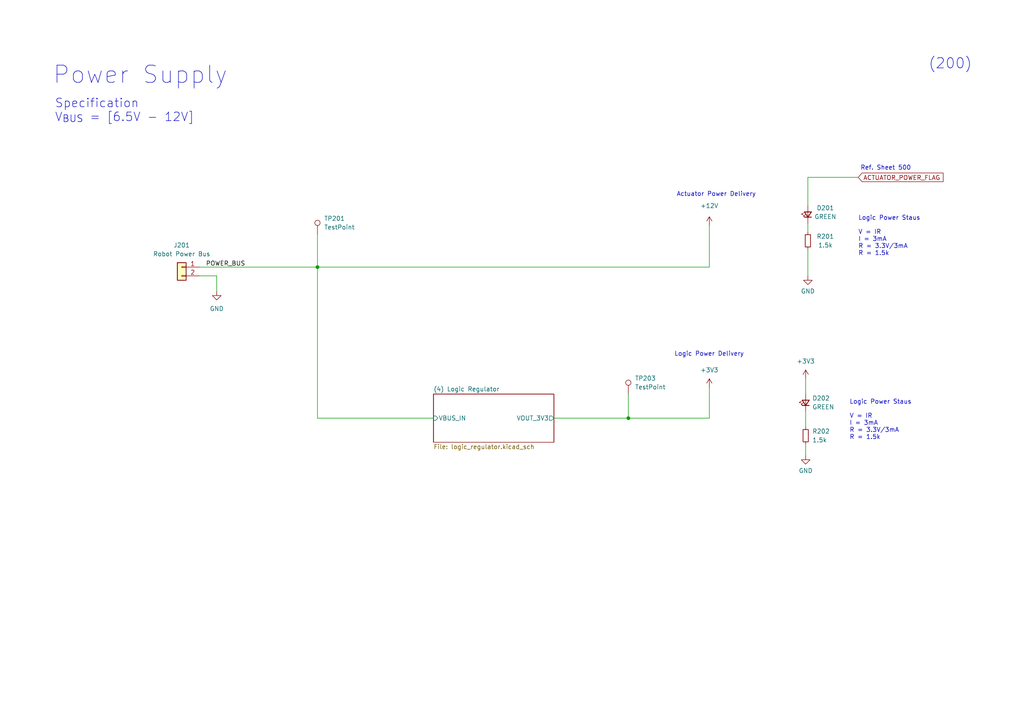
<source format=kicad_sch>
(kicad_sch (version 20230121) (generator eeschema)

  (uuid 6f087b71-3534-4c93-b174-cedaa211facf)

  (paper "A4")

  (title_block
    (title "Power Supply Overview")
    (date "2022-10-30")
    (rev "HULA - 0.2")
    (company "Alexander S. Adranly")
  )

  (lib_symbols
    (symbol "Connector:TestPoint" (pin_numbers hide) (pin_names (offset 0.762) hide) (in_bom yes) (on_board yes)
      (property "Reference" "TP" (at 0 6.858 0)
        (effects (font (size 1.27 1.27)))
      )
      (property "Value" "TestPoint" (at 0 5.08 0)
        (effects (font (size 1.27 1.27)))
      )
      (property "Footprint" "" (at 5.08 0 0)
        (effects (font (size 1.27 1.27)) hide)
      )
      (property "Datasheet" "~" (at 5.08 0 0)
        (effects (font (size 1.27 1.27)) hide)
      )
      (property "ki_keywords" "test point tp" (at 0 0 0)
        (effects (font (size 1.27 1.27)) hide)
      )
      (property "ki_description" "test point" (at 0 0 0)
        (effects (font (size 1.27 1.27)) hide)
      )
      (property "ki_fp_filters" "Pin* Test*" (at 0 0 0)
        (effects (font (size 1.27 1.27)) hide)
      )
      (symbol "TestPoint_0_1"
        (circle (center 0 3.302) (radius 0.762)
          (stroke (width 0) (type default))
          (fill (type none))
        )
      )
      (symbol "TestPoint_1_1"
        (pin passive line (at 0 0 90) (length 2.54)
          (name "1" (effects (font (size 1.27 1.27))))
          (number "1" (effects (font (size 1.27 1.27))))
        )
      )
    )
    (symbol "Connector_Generic:Conn_01x02" (pin_names (offset 1.016) hide) (in_bom yes) (on_board yes)
      (property "Reference" "J" (at 0 2.54 0)
        (effects (font (size 1.27 1.27)))
      )
      (property "Value" "Conn_01x02" (at 0 -5.08 0)
        (effects (font (size 1.27 1.27)))
      )
      (property "Footprint" "" (at 0 0 0)
        (effects (font (size 1.27 1.27)) hide)
      )
      (property "Datasheet" "~" (at 0 0 0)
        (effects (font (size 1.27 1.27)) hide)
      )
      (property "ki_keywords" "connector" (at 0 0 0)
        (effects (font (size 1.27 1.27)) hide)
      )
      (property "ki_description" "Generic connector, single row, 01x02, script generated (kicad-library-utils/schlib/autogen/connector/)" (at 0 0 0)
        (effects (font (size 1.27 1.27)) hide)
      )
      (property "ki_fp_filters" "Connector*:*_1x??_*" (at 0 0 0)
        (effects (font (size 1.27 1.27)) hide)
      )
      (symbol "Conn_01x02_1_1"
        (rectangle (start -1.27 -2.413) (end 0 -2.667)
          (stroke (width 0.1524) (type default))
          (fill (type none))
        )
        (rectangle (start -1.27 0.127) (end 0 -0.127)
          (stroke (width 0.1524) (type default))
          (fill (type none))
        )
        (rectangle (start -1.27 1.27) (end 1.27 -3.81)
          (stroke (width 0.254) (type default))
          (fill (type background))
        )
        (pin passive line (at -5.08 0 0) (length 3.81)
          (name "Pin_1" (effects (font (size 1.27 1.27))))
          (number "1" (effects (font (size 1.27 1.27))))
        )
        (pin passive line (at -5.08 -2.54 0) (length 3.81)
          (name "Pin_2" (effects (font (size 1.27 1.27))))
          (number "2" (effects (font (size 1.27 1.27))))
        )
      )
    )
    (symbol "Device:LED_Small" (pin_numbers hide) (pin_names (offset 0.254) hide) (in_bom yes) (on_board yes)
      (property "Reference" "D" (at -1.27 3.175 0)
        (effects (font (size 1.27 1.27)) (justify left))
      )
      (property "Value" "LED_Small" (at -4.445 -2.54 0)
        (effects (font (size 1.27 1.27)) (justify left))
      )
      (property "Footprint" "" (at 0 0 90)
        (effects (font (size 1.27 1.27)) hide)
      )
      (property "Datasheet" "~" (at 0 0 90)
        (effects (font (size 1.27 1.27)) hide)
      )
      (property "ki_keywords" "LED diode light-emitting-diode" (at 0 0 0)
        (effects (font (size 1.27 1.27)) hide)
      )
      (property "ki_description" "Light emitting diode, small symbol" (at 0 0 0)
        (effects (font (size 1.27 1.27)) hide)
      )
      (property "ki_fp_filters" "LED* LED_SMD:* LED_THT:*" (at 0 0 0)
        (effects (font (size 1.27 1.27)) hide)
      )
      (symbol "LED_Small_0_1"
        (polyline
          (pts
            (xy -0.762 -1.016)
            (xy -0.762 1.016)
          )
          (stroke (width 0.254) (type default))
          (fill (type none))
        )
        (polyline
          (pts
            (xy 1.016 0)
            (xy -0.762 0)
          )
          (stroke (width 0) (type default))
          (fill (type none))
        )
        (polyline
          (pts
            (xy 0.762 -1.016)
            (xy -0.762 0)
            (xy 0.762 1.016)
            (xy 0.762 -1.016)
          )
          (stroke (width 0.254) (type default))
          (fill (type none))
        )
        (polyline
          (pts
            (xy 0 0.762)
            (xy -0.508 1.27)
            (xy -0.254 1.27)
            (xy -0.508 1.27)
            (xy -0.508 1.016)
          )
          (stroke (width 0) (type default))
          (fill (type none))
        )
        (polyline
          (pts
            (xy 0.508 1.27)
            (xy 0 1.778)
            (xy 0.254 1.778)
            (xy 0 1.778)
            (xy 0 1.524)
          )
          (stroke (width 0) (type default))
          (fill (type none))
        )
      )
      (symbol "LED_Small_1_1"
        (pin passive line (at -2.54 0 0) (length 1.778)
          (name "K" (effects (font (size 1.27 1.27))))
          (number "1" (effects (font (size 1.27 1.27))))
        )
        (pin passive line (at 2.54 0 180) (length 1.778)
          (name "A" (effects (font (size 1.27 1.27))))
          (number "2" (effects (font (size 1.27 1.27))))
        )
      )
    )
    (symbol "Device:R_Small" (pin_numbers hide) (pin_names (offset 0.254) hide) (in_bom yes) (on_board yes)
      (property "Reference" "R" (at 0.762 0.508 0)
        (effects (font (size 1.27 1.27)) (justify left))
      )
      (property "Value" "R_Small" (at 0.762 -1.016 0)
        (effects (font (size 1.27 1.27)) (justify left))
      )
      (property "Footprint" "" (at 0 0 0)
        (effects (font (size 1.27 1.27)) hide)
      )
      (property "Datasheet" "~" (at 0 0 0)
        (effects (font (size 1.27 1.27)) hide)
      )
      (property "ki_keywords" "R resistor" (at 0 0 0)
        (effects (font (size 1.27 1.27)) hide)
      )
      (property "ki_description" "Resistor, small symbol" (at 0 0 0)
        (effects (font (size 1.27 1.27)) hide)
      )
      (property "ki_fp_filters" "R_*" (at 0 0 0)
        (effects (font (size 1.27 1.27)) hide)
      )
      (symbol "R_Small_0_1"
        (rectangle (start -0.762 1.778) (end 0.762 -1.778)
          (stroke (width 0.2032) (type default))
          (fill (type none))
        )
      )
      (symbol "R_Small_1_1"
        (pin passive line (at 0 2.54 270) (length 0.762)
          (name "~" (effects (font (size 1.27 1.27))))
          (number "1" (effects (font (size 1.27 1.27))))
        )
        (pin passive line (at 0 -2.54 90) (length 0.762)
          (name "~" (effects (font (size 1.27 1.27))))
          (number "2" (effects (font (size 1.27 1.27))))
        )
      )
    )
    (symbol "power:+12V" (power) (pin_names (offset 0)) (in_bom yes) (on_board yes)
      (property "Reference" "#PWR" (at 0 -3.81 0)
        (effects (font (size 1.27 1.27)) hide)
      )
      (property "Value" "+12V" (at 0 3.556 0)
        (effects (font (size 1.27 1.27)))
      )
      (property "Footprint" "" (at 0 0 0)
        (effects (font (size 1.27 1.27)) hide)
      )
      (property "Datasheet" "" (at 0 0 0)
        (effects (font (size 1.27 1.27)) hide)
      )
      (property "ki_keywords" "power-flag" (at 0 0 0)
        (effects (font (size 1.27 1.27)) hide)
      )
      (property "ki_description" "Power symbol creates a global label with name \"+12V\"" (at 0 0 0)
        (effects (font (size 1.27 1.27)) hide)
      )
      (symbol "+12V_0_1"
        (polyline
          (pts
            (xy -0.762 1.27)
            (xy 0 2.54)
          )
          (stroke (width 0) (type default))
          (fill (type none))
        )
        (polyline
          (pts
            (xy 0 0)
            (xy 0 2.54)
          )
          (stroke (width 0) (type default))
          (fill (type none))
        )
        (polyline
          (pts
            (xy 0 2.54)
            (xy 0.762 1.27)
          )
          (stroke (width 0) (type default))
          (fill (type none))
        )
      )
      (symbol "+12V_1_1"
        (pin power_in line (at 0 0 90) (length 0) hide
          (name "+12V" (effects (font (size 1.27 1.27))))
          (number "1" (effects (font (size 1.27 1.27))))
        )
      )
    )
    (symbol "power:+3V3" (power) (pin_names (offset 0)) (in_bom yes) (on_board yes)
      (property "Reference" "#PWR" (at 0 -3.81 0)
        (effects (font (size 1.27 1.27)) hide)
      )
      (property "Value" "+3V3" (at 0 3.556 0)
        (effects (font (size 1.27 1.27)))
      )
      (property "Footprint" "" (at 0 0 0)
        (effects (font (size 1.27 1.27)) hide)
      )
      (property "Datasheet" "" (at 0 0 0)
        (effects (font (size 1.27 1.27)) hide)
      )
      (property "ki_keywords" "power-flag" (at 0 0 0)
        (effects (font (size 1.27 1.27)) hide)
      )
      (property "ki_description" "Power symbol creates a global label with name \"+3V3\"" (at 0 0 0)
        (effects (font (size 1.27 1.27)) hide)
      )
      (symbol "+3V3_0_1"
        (polyline
          (pts
            (xy -0.762 1.27)
            (xy 0 2.54)
          )
          (stroke (width 0) (type default))
          (fill (type none))
        )
        (polyline
          (pts
            (xy 0 0)
            (xy 0 2.54)
          )
          (stroke (width 0) (type default))
          (fill (type none))
        )
        (polyline
          (pts
            (xy 0 2.54)
            (xy 0.762 1.27)
          )
          (stroke (width 0) (type default))
          (fill (type none))
        )
      )
      (symbol "+3V3_1_1"
        (pin power_in line (at 0 0 90) (length 0) hide
          (name "+3V3" (effects (font (size 1.27 1.27))))
          (number "1" (effects (font (size 1.27 1.27))))
        )
      )
    )
    (symbol "power:GND" (power) (pin_names (offset 0)) (in_bom yes) (on_board yes)
      (property "Reference" "#PWR" (at 0 -6.35 0)
        (effects (font (size 1.27 1.27)) hide)
      )
      (property "Value" "GND" (at 0 -3.81 0)
        (effects (font (size 1.27 1.27)))
      )
      (property "Footprint" "" (at 0 0 0)
        (effects (font (size 1.27 1.27)) hide)
      )
      (property "Datasheet" "" (at 0 0 0)
        (effects (font (size 1.27 1.27)) hide)
      )
      (property "ki_keywords" "power-flag" (at 0 0 0)
        (effects (font (size 1.27 1.27)) hide)
      )
      (property "ki_description" "Power symbol creates a global label with name \"GND\" , ground" (at 0 0 0)
        (effects (font (size 1.27 1.27)) hide)
      )
      (symbol "GND_0_1"
        (polyline
          (pts
            (xy 0 0)
            (xy 0 -1.27)
            (xy 1.27 -1.27)
            (xy 0 -2.54)
            (xy -1.27 -1.27)
            (xy 0 -1.27)
          )
          (stroke (width 0) (type default))
          (fill (type none))
        )
      )
      (symbol "GND_1_1"
        (pin power_in line (at 0 0 270) (length 0) hide
          (name "GND" (effects (font (size 1.27 1.27))))
          (number "1" (effects (font (size 1.27 1.27))))
        )
      )
    )
  )

  (junction (at 182.245 121.285) (diameter 0) (color 0 0 0 0)
    (uuid 0c2ef1f1-b3ba-4cbe-9665-d71b49bf8507)
  )
  (junction (at 92.075 77.47) (diameter 0) (color 0 0 0 0)
    (uuid 362e7061-75d4-4ae8-9f17-d39f37873283)
  )

  (wire (pts (xy 234.315 64.77) (xy 234.315 67.31))
    (stroke (width 0) (type default))
    (uuid 0e5f258c-89aa-4217-8196-a325b923b47e)
  )
  (wire (pts (xy 182.245 114.3) (xy 182.245 121.285))
    (stroke (width 0) (type default))
    (uuid 117a93af-1544-4045-910f-887a239751c5)
  )
  (wire (pts (xy 62.865 80.01) (xy 62.865 84.455))
    (stroke (width 0) (type default))
    (uuid 229365e9-2c7c-4ba8-9432-798d875431a9)
  )
  (wire (pts (xy 92.075 77.47) (xy 205.74 77.47))
    (stroke (width 0) (type default))
    (uuid 2bf0655b-32ac-4a15-b7e9-efe2000ee1cf)
  )
  (wire (pts (xy 205.74 121.285) (xy 182.245 121.285))
    (stroke (width 0) (type default))
    (uuid 2e1a3d72-4628-421b-8274-fd1b5e7edaab)
  )
  (wire (pts (xy 92.075 121.285) (xy 125.73 121.285))
    (stroke (width 0) (type default))
    (uuid 3a0bfca2-153b-4db6-8691-383be5a148ac)
  )
  (wire (pts (xy 92.075 77.47) (xy 92.075 121.285))
    (stroke (width 0) (type default))
    (uuid 5cf9d635-9372-4e17-b8ff-9f8dade7125d)
  )
  (wire (pts (xy 233.68 109.855) (xy 233.68 114.3))
    (stroke (width 0) (type default))
    (uuid 6d8452fb-1e54-4e99-9941-6aea70af4aa6)
  )
  (wire (pts (xy 205.74 112.395) (xy 205.74 121.285))
    (stroke (width 0) (type default))
    (uuid 6d949d07-68bc-4839-97ef-430dcfdc276f)
  )
  (wire (pts (xy 233.68 119.38) (xy 233.68 123.825))
    (stroke (width 0) (type default))
    (uuid 6f359d79-47e7-4ad3-b07e-907411375080)
  )
  (wire (pts (xy 57.785 80.01) (xy 62.865 80.01))
    (stroke (width 0) (type default))
    (uuid 832b9bb5-c38d-4b9b-ae18-2f9e4ece8cae)
  )
  (wire (pts (xy 205.74 65.405) (xy 205.74 77.47))
    (stroke (width 0) (type default))
    (uuid 937000bc-8e0b-4e7e-a28b-318cc22c2d37)
  )
  (wire (pts (xy 92.075 67.945) (xy 92.075 77.47))
    (stroke (width 0) (type default))
    (uuid a580b9c7-2a44-4b4d-9c2c-e2c85eb5102b)
  )
  (wire (pts (xy 248.92 51.435) (xy 234.315 51.435))
    (stroke (width 0) (type default))
    (uuid d189efdb-5a4b-4915-b066-f81e25133d04)
  )
  (wire (pts (xy 233.68 128.905) (xy 233.68 132.08))
    (stroke (width 0) (type default))
    (uuid dca5267a-d1f5-4218-b673-5ec4f546d178)
  )
  (wire (pts (xy 182.245 121.285) (xy 160.655 121.285))
    (stroke (width 0) (type default))
    (uuid de68c8fe-5094-4026-bfd6-0f960232a4ed)
  )
  (wire (pts (xy 57.785 77.47) (xy 92.075 77.47))
    (stroke (width 0) (type default))
    (uuid e11912e7-63dd-449e-bd8f-2b67374e8330)
  )
  (wire (pts (xy 234.315 72.39) (xy 234.315 80.01))
    (stroke (width 0) (type default))
    (uuid eee4b067-6873-404c-979c-b459ba9b1adb)
  )
  (wire (pts (xy 234.315 51.435) (xy 234.315 59.69))
    (stroke (width 0) (type default))
    (uuid fb9d52f8-95b8-4503-9be9-c39e649299cc)
  )

  (text "Logic Power Delivery" (at 195.58 103.505 0)
    (effects (font (size 1.27 1.27)) (justify left bottom))
    (uuid 7d13d330-5ab4-46be-827e-20faeb737314)
  )
  (text "Specification\nV_{BUS} = [6.5V - 12V]" (at 15.875 35.56 0)
    (effects (font (size 2.5 2.5)) (justify left bottom))
    (uuid b3c01723-2fc3-4ca7-a1ef-2f190abfbde1)
  )
  (text "(200)" (at 269.24 20.32 0)
    (effects (font (size 3 3)) (justify left bottom))
    (uuid cfc8c9bc-5b83-4f47-8c6a-0bfd735b60e6)
  )
  (text "Logic Power Staus\n\nV = IR\nI = 3mA\nR = 3.3V/3mA\nR = 1.5k"
    (at 246.38 127.635 0)
    (effects (font (size 1.27 1.27)) (justify left bottom))
    (uuid d76cd37f-b175-4768-8a8e-830860b15fdc)
  )
  (text "Ref. Sheet 500" (at 249.555 49.53 0)
    (effects (font (size 1.27 1.27)) (justify left bottom))
    (uuid e216d732-b0e5-46ac-9920-340acff6b48c)
  )
  (text "Logic Power Staus\n\nV = IR\nI = 3mA\nR = 3.3V/3mA\nR = 1.5k"
    (at 248.92 74.295 0)
    (effects (font (size 1.27 1.27)) (justify left bottom))
    (uuid e321f595-325b-4399-ba8e-96965988eb14)
  )
  (text "Actuator Power Delivery" (at 196.215 57.15 0)
    (effects (font (size 1.27 1.27)) (justify left bottom))
    (uuid f2c828ec-7e5e-47b6-bf4d-0391377b0a4a)
  )
  (text "Power Supply" (at 15.24 24.765 0)
    (effects (font (size 5 5)) (justify left bottom))
    (uuid f34eeac5-6eb0-429c-b1f5-5b7c60e1d28c)
  )

  (label "POWER_BUS" (at 59.69 77.47 0) (fields_autoplaced)
    (effects (font (size 1.27 1.27)) (justify left bottom))
    (uuid 8668a4ee-c31d-4b9e-9e8c-98e7efe25300)
  )

  (global_label "ACTUATOR_POWER_FLAG" (shape input) (at 248.92 51.435 0) (fields_autoplaced)
    (effects (font (size 1.27 1.27)) (justify left))
    (uuid 95025ffb-e9ff-4f04-afac-929b24379005)
    (property "Intersheetrefs" "${INTERSHEET_REFS}" (at 273.5279 51.3556 0)
      (effects (font (size 1.27 1.27)) (justify left) hide)
    )
  )

  (symbol (lib_id "power:GND") (at 234.315 80.01 0) (unit 1)
    (in_bom yes) (on_board yes) (dnp no) (fields_autoplaced)
    (uuid 0444eb00-607e-466f-a44f-86817b5f7fdb)
    (property "Reference" "#PWR037" (at 234.315 86.36 0)
      (effects (font (size 1.27 1.27)) hide)
    )
    (property "Value" "GND" (at 234.315 84.455 0)
      (effects (font (size 1.27 1.27)))
    )
    (property "Footprint" "" (at 234.315 80.01 0)
      (effects (font (size 1.27 1.27)) hide)
    )
    (property "Datasheet" "" (at 234.315 80.01 0)
      (effects (font (size 1.27 1.27)) hide)
    )
    (pin "1" (uuid 7f650a22-82e4-43f0-9ac7-a3ec35e55952))
    (instances
      (project "motor_controller"
        (path "/e63e39d7-6ac0-4ffd-8aa3-1841a4541b55/29c9ce35-7d05-4cbf-8521-2cfd3d77ca36"
          (reference "#PWR037") (unit 1)
        )
      )
    )
  )

  (symbol (lib_id "power:GND") (at 233.68 132.08 0) (unit 1)
    (in_bom yes) (on_board yes) (dnp no) (fields_autoplaced)
    (uuid 0d2e0a47-d117-4a66-bc48-f3d09555c97b)
    (property "Reference" "#PWR015" (at 233.68 138.43 0)
      (effects (font (size 1.27 1.27)) hide)
    )
    (property "Value" "GND" (at 233.68 136.525 0)
      (effects (font (size 1.27 1.27)))
    )
    (property "Footprint" "" (at 233.68 132.08 0)
      (effects (font (size 1.27 1.27)) hide)
    )
    (property "Datasheet" "" (at 233.68 132.08 0)
      (effects (font (size 1.27 1.27)) hide)
    )
    (pin "1" (uuid 9511c44b-46cb-41ca-8330-b1fd388fb63a))
    (instances
      (project "motor_controller"
        (path "/e63e39d7-6ac0-4ffd-8aa3-1841a4541b55/29c9ce35-7d05-4cbf-8521-2cfd3d77ca36"
          (reference "#PWR015") (unit 1)
        )
      )
    )
  )

  (symbol (lib_id "Device:R_Small") (at 233.68 126.365 0) (unit 1)
    (in_bom yes) (on_board yes) (dnp no) (fields_autoplaced)
    (uuid 43b818e3-adab-47c4-930e-570804eb04cc)
    (property "Reference" "R202" (at 235.585 125.0949 0)
      (effects (font (size 1.27 1.27)) (justify left))
    )
    (property "Value" "1.5k" (at 235.585 127.6349 0)
      (effects (font (size 1.27 1.27)) (justify left))
    )
    (property "Footprint" "Resistor_SMD:R_0603_1608Metric" (at 233.68 126.365 0)
      (effects (font (size 1.27 1.27)) hide)
    )
    (property "Datasheet" "~" (at 233.68 126.365 0)
      (effects (font (size 1.27 1.27)) hide)
    )
    (property "Manufacturer_Name" "UNI-ROYAL(Uniroyal Elec)" (at 233.68 126.365 0)
      (effects (font (size 1.27 1.27)) hide)
    )
    (property "Manufacturer_Part_Number" "0603WAF1501T5E" (at 233.68 126.365 0)
      (effects (font (size 1.27 1.27)) hide)
    )
    (pin "1" (uuid e0ac37d5-c764-4336-9b7c-60c13b1fea24))
    (pin "2" (uuid e2ad7996-e205-4d87-b17d-9666fa78422c))
    (instances
      (project "motor_controller"
        (path "/e63e39d7-6ac0-4ffd-8aa3-1841a4541b55/29c9ce35-7d05-4cbf-8521-2cfd3d77ca36"
          (reference "R202") (unit 1)
        )
      )
    )
  )

  (symbol (lib_id "power:GND") (at 62.865 84.455 0) (unit 1)
    (in_bom yes) (on_board yes) (dnp no) (fields_autoplaced)
    (uuid 4aa8942b-12e1-46a4-9438-80055d11a35a)
    (property "Reference" "#PWR018" (at 62.865 90.805 0)
      (effects (font (size 1.27 1.27)) hide)
    )
    (property "Value" "GND" (at 62.865 89.535 0)
      (effects (font (size 1.27 1.27)))
    )
    (property "Footprint" "" (at 62.865 84.455 0)
      (effects (font (size 1.27 1.27)) hide)
    )
    (property "Datasheet" "" (at 62.865 84.455 0)
      (effects (font (size 1.27 1.27)) hide)
    )
    (pin "1" (uuid 654f994a-9ae4-4bca-84bd-d85d77aac9e7))
    (instances
      (project "motor_controller"
        (path "/e63e39d7-6ac0-4ffd-8aa3-1841a4541b55/29c9ce35-7d05-4cbf-8521-2cfd3d77ca36"
          (reference "#PWR018") (unit 1)
        )
      )
    )
  )

  (symbol (lib_id "power:+12V") (at 205.74 65.405 0) (unit 1)
    (in_bom yes) (on_board yes) (dnp no) (fields_autoplaced)
    (uuid 59c31c4c-a051-410b-a575-6bba34e4206c)
    (property "Reference" "#PWR014" (at 205.74 69.215 0)
      (effects (font (size 1.27 1.27)) hide)
    )
    (property "Value" "+12V" (at 205.74 59.69 0)
      (effects (font (size 1.27 1.27)))
    )
    (property "Footprint" "" (at 205.74 65.405 0)
      (effects (font (size 1.27 1.27)) hide)
    )
    (property "Datasheet" "" (at 205.74 65.405 0)
      (effects (font (size 1.27 1.27)) hide)
    )
    (pin "1" (uuid eb553173-be4b-4b19-bd33-516398e09b87))
    (instances
      (project "motor_controller"
        (path "/e63e39d7-6ac0-4ffd-8aa3-1841a4541b55/29c9ce35-7d05-4cbf-8521-2cfd3d77ca36"
          (reference "#PWR014") (unit 1)
        )
      )
    )
  )

  (symbol (lib_id "power:+3V3") (at 233.68 109.855 0) (unit 1)
    (in_bom yes) (on_board yes) (dnp no) (fields_autoplaced)
    (uuid 5acacaa0-4d9b-4d60-9aea-5920ebb21bfa)
    (property "Reference" "#PWR0106" (at 233.68 113.665 0)
      (effects (font (size 1.27 1.27)) hide)
    )
    (property "Value" "+3V3" (at 233.68 104.775 0)
      (effects (font (size 1.27 1.27)))
    )
    (property "Footprint" "" (at 233.68 109.855 0)
      (effects (font (size 1.27 1.27)) hide)
    )
    (property "Datasheet" "" (at 233.68 109.855 0)
      (effects (font (size 1.27 1.27)) hide)
    )
    (pin "1" (uuid 7431c7f8-fa61-41d2-a767-7dee38454128))
    (instances
      (project "motor_controller"
        (path "/e63e39d7-6ac0-4ffd-8aa3-1841a4541b55/29c9ce35-7d05-4cbf-8521-2cfd3d77ca36"
          (reference "#PWR0106") (unit 1)
        )
      )
    )
  )

  (symbol (lib_id "Connector_Generic:Conn_01x02") (at 52.705 77.47 0) (mirror y) (unit 1)
    (in_bom yes) (on_board yes) (dnp no) (fields_autoplaced)
    (uuid 6ffdcfac-109b-45aa-b5fa-1f416b0c9db9)
    (property "Reference" "J201" (at 52.705 71.12 0)
      (effects (font (size 1.27 1.27)))
    )
    (property "Value" "Robot Power Bus" (at 52.705 73.66 0)
      (effects (font (size 1.27 1.27)))
    )
    (property "Footprint" "Connector_PinSocket_2.54mm:PinSocket_1x02_P2.54mm_Vertical" (at 52.705 77.47 0)
      (effects (font (size 1.27 1.27)) hide)
    )
    (property "Datasheet" "~" (at 52.705 77.47 0)
      (effects (font (size 1.27 1.27)) hide)
    )
    (pin "1" (uuid 04c83af5-e21f-44a4-85d5-8db81ea10042))
    (pin "2" (uuid 798827ea-24ff-4a34-b1e6-f84f0a715539))
    (instances
      (project "motor_controller"
        (path "/e63e39d7-6ac0-4ffd-8aa3-1841a4541b55/29c9ce35-7d05-4cbf-8521-2cfd3d77ca36"
          (reference "J201") (unit 1)
        )
      )
    )
  )

  (symbol (lib_id "Device:LED_Small") (at 233.68 116.84 90) (unit 1)
    (in_bom yes) (on_board yes) (dnp no) (fields_autoplaced)
    (uuid 9db649c2-d548-4f6e-b826-8ef4c887d002)
    (property "Reference" "D202" (at 235.585 115.5064 90)
      (effects (font (size 1.27 1.27)) (justify right))
    )
    (property "Value" "GREEN" (at 235.585 118.0464 90)
      (effects (font (size 1.27 1.27)) (justify right))
    )
    (property "Footprint" "LED_SMD:LED_0603_1608Metric" (at 233.68 116.84 90)
      (effects (font (size 1.27 1.27)) hide)
    )
    (property "Datasheet" "~" (at 233.68 116.84 90)
      (effects (font (size 1.27 1.27)) hide)
    )
    (property "Manufacturer_Name" "Everlight Elec" (at 233.68 116.84 0)
      (effects (font (size 1.27 1.27)) hide)
    )
    (property "Manufacturer_Part_Number" "19-217/GHC-YR1S2/3T" (at 233.68 116.84 0)
      (effects (font (size 1.27 1.27)) hide)
    )
    (pin "1" (uuid beffabf7-ed15-452c-b7e8-904d163ded32))
    (pin "2" (uuid b8df48fe-fcbb-4c56-8134-a5b113aa4113))
    (instances
      (project "motor_controller"
        (path "/e63e39d7-6ac0-4ffd-8aa3-1841a4541b55/29c9ce35-7d05-4cbf-8521-2cfd3d77ca36"
          (reference "D202") (unit 1)
        )
      )
    )
  )

  (symbol (lib_id "Device:R_Small") (at 234.315 69.85 180) (unit 1)
    (in_bom yes) (on_board yes) (dnp no)
    (uuid a0353a84-d62a-4310-88dc-a1ad76ff0162)
    (property "Reference" "R201" (at 239.395 68.58 0)
      (effects (font (size 1.27 1.27)))
    )
    (property "Value" "1.5k" (at 239.395 71.12 0)
      (effects (font (size 1.27 1.27)))
    )
    (property "Footprint" "Resistor_SMD:R_0603_1608Metric" (at 234.315 69.85 0)
      (effects (font (size 1.27 1.27)) hide)
    )
    (property "Datasheet" "~" (at 234.315 69.85 0)
      (effects (font (size 1.27 1.27)) hide)
    )
    (property "Manufacturer_Name" "UNI-ROYAL(Uniroyal Elec)" (at 234.315 69.85 0)
      (effects (font (size 1.27 1.27)) hide)
    )
    (property "Manufacturer_Part_Number" "0603WAF1501T5E" (at 234.315 69.85 0)
      (effects (font (size 1.27 1.27)) hide)
    )
    (pin "1" (uuid ced8b9b5-30e9-484e-8e6b-6993b6516c72))
    (pin "2" (uuid 4ab32092-536b-44b1-9395-5900a39dd1a9))
    (instances
      (project "motor_controller"
        (path "/e63e39d7-6ac0-4ffd-8aa3-1841a4541b55/29c9ce35-7d05-4cbf-8521-2cfd3d77ca36"
          (reference "R201") (unit 1)
        )
      )
    )
  )

  (symbol (lib_id "Device:LED_Small") (at 234.315 62.23 90) (unit 1)
    (in_bom yes) (on_board yes) (dnp no)
    (uuid a775f9ec-ccd7-42bc-ba30-2d9d10d298b2)
    (property "Reference" "D201" (at 239.395 60.325 90)
      (effects (font (size 1.27 1.27)))
    )
    (property "Value" "GREEN" (at 239.395 62.865 90)
      (effects (font (size 1.27 1.27)))
    )
    (property "Footprint" "LED_SMD:LED_0603_1608Metric" (at 234.315 62.23 90)
      (effects (font (size 1.27 1.27)) hide)
    )
    (property "Datasheet" "~" (at 234.315 62.23 90)
      (effects (font (size 1.27 1.27)) hide)
    )
    (property "Manufacturer_Name" "Everlight Elec" (at 234.315 62.23 0)
      (effects (font (size 1.27 1.27)) hide)
    )
    (property "Manufacturer_Part_Number" "19-217/GHC-YR1S2/3T" (at 234.315 62.23 0)
      (effects (font (size 1.27 1.27)) hide)
    )
    (pin "1" (uuid 177dccea-dd24-49bc-b97e-fbe6aa4100d2))
    (pin "2" (uuid 168eca73-e510-4501-8f42-2c184a248183))
    (instances
      (project "motor_controller"
        (path "/e63e39d7-6ac0-4ffd-8aa3-1841a4541b55/29c9ce35-7d05-4cbf-8521-2cfd3d77ca36"
          (reference "D201") (unit 1)
        )
      )
    )
  )

  (symbol (lib_id "Connector:TestPoint") (at 182.245 114.3 0) (unit 1)
    (in_bom yes) (on_board yes) (dnp no) (fields_autoplaced)
    (uuid da9b98ab-2b1c-4f19-8cf1-6b0a326dc976)
    (property "Reference" "TP203" (at 184.15 109.7279 0)
      (effects (font (size 1.27 1.27)) (justify left))
    )
    (property "Value" "TestPoint" (at 184.15 112.2679 0)
      (effects (font (size 1.27 1.27)) (justify left))
    )
    (property "Footprint" "TestPoint:TestPoint_Pad_1.5x1.5mm" (at 187.325 114.3 0)
      (effects (font (size 1.27 1.27)) hide)
    )
    (property "Datasheet" "~" (at 187.325 114.3 0)
      (effects (font (size 1.27 1.27)) hide)
    )
    (pin "1" (uuid 039176f0-4a6b-4218-b29c-7ae5c57249d9))
    (instances
      (project "motor_controller"
        (path "/e63e39d7-6ac0-4ffd-8aa3-1841a4541b55/29c9ce35-7d05-4cbf-8521-2cfd3d77ca36"
          (reference "TP203") (unit 1)
        )
      )
    )
  )

  (symbol (lib_id "power:+3V3") (at 205.74 112.395 0) (unit 1)
    (in_bom yes) (on_board yes) (dnp no) (fields_autoplaced)
    (uuid f37f3c51-db45-4ac2-bb3a-f8c9ed9be1c2)
    (property "Reference" "#PWR0105" (at 205.74 116.205 0)
      (effects (font (size 1.27 1.27)) hide)
    )
    (property "Value" "+3V3" (at 205.74 107.315 0)
      (effects (font (size 1.27 1.27)))
    )
    (property "Footprint" "" (at 205.74 112.395 0)
      (effects (font (size 1.27 1.27)) hide)
    )
    (property "Datasheet" "" (at 205.74 112.395 0)
      (effects (font (size 1.27 1.27)) hide)
    )
    (pin "1" (uuid 784e3b13-8b0b-4d09-89ab-c85163680e0c))
    (instances
      (project "motor_controller"
        (path "/e63e39d7-6ac0-4ffd-8aa3-1841a4541b55/29c9ce35-7d05-4cbf-8521-2cfd3d77ca36"
          (reference "#PWR0105") (unit 1)
        )
      )
    )
  )

  (symbol (lib_id "Connector:TestPoint") (at 92.075 67.945 0) (unit 1)
    (in_bom yes) (on_board yes) (dnp no) (fields_autoplaced)
    (uuid fcc5f44e-f754-45a8-ba09-8e187357892a)
    (property "Reference" "TP201" (at 93.98 63.3729 0)
      (effects (font (size 1.27 1.27)) (justify left))
    )
    (property "Value" "TestPoint" (at 93.98 65.9129 0)
      (effects (font (size 1.27 1.27)) (justify left))
    )
    (property "Footprint" "TestPoint:TestPoint_Pad_1.5x1.5mm" (at 97.155 67.945 0)
      (effects (font (size 1.27 1.27)) hide)
    )
    (property "Datasheet" "~" (at 97.155 67.945 0)
      (effects (font (size 1.27 1.27)) hide)
    )
    (pin "1" (uuid e601b9b9-63d4-41a1-99c4-fd99e85591b3))
    (instances
      (project "motor_controller"
        (path "/e63e39d7-6ac0-4ffd-8aa3-1841a4541b55/29c9ce35-7d05-4cbf-8521-2cfd3d77ca36"
          (reference "TP201") (unit 1)
        )
      )
    )
  )

  (sheet (at 125.73 114.3) (size 34.925 13.97) (fields_autoplaced)
    (stroke (width 0.1524) (type solid))
    (fill (color 0 0 0 0.0000))
    (uuid 10699246-3c56-4c4d-a3da-c45c1cc1aae0)
    (property "Sheetname" "(4) Logic Regulator" (at 125.73 113.5884 0)
      (effects (font (size 1.27 1.27)) (justify left bottom))
    )
    (property "Sheetfile" "logic_regulator.kicad_sch" (at 125.73 128.8546 0)
      (effects (font (size 1.27 1.27)) (justify left top))
    )
    (pin "VOUT_3V3" output (at 160.655 121.285 0)
      (effects (font (size 1.27 1.27)) (justify right))
      (uuid b00b0c01-3a89-4f0c-a295-ae7621c9e4a3)
    )
    (pin "VBUS_IN" input (at 125.73 121.285 180)
      (effects (font (size 1.27 1.27)) (justify left))
      (uuid 79319e10-e1d3-4629-bad0-b899ff175610)
    )
    (instances
      (project "motor_controller"
        (path "/e63e39d7-6ac0-4ffd-8aa3-1841a4541b55/29c9ce35-7d05-4cbf-8521-2cfd3d77ca36" (page "7"))
      )
    )
  )
)

</source>
